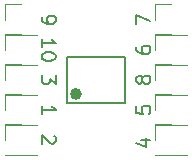
<source format=gto>
G04 #@! TF.GenerationSoftware,KiCad,Pcbnew,5.0.2+dfsg1-1*
G04 #@! TF.CreationDate,2019-10-07T13:36:21+02:00*
G04 #@! TF.ProjectId,fl51xx-bb,666c3531-7878-42d6-9262-2e6b69636164,v1.0.0*
G04 #@! TF.SameCoordinates,Original*
G04 #@! TF.FileFunction,Legend,Top*
G04 #@! TF.FilePolarity,Positive*
%FSLAX46Y46*%
G04 Gerber Fmt 4.6, Leading zero omitted, Abs format (unit mm)*
G04 Created by KiCad (PCBNEW 5.0.2+dfsg1-1) date Mon 07 Oct 2019 01:36:21 PM CEST*
%MOMM*%
%LPD*%
G01*
G04 APERTURE LIST*
%ADD10C,0.200000*%
%ADD11C,0.120000*%
%ADD12C,0.500000*%
%ADD13C,0.150000*%
G04 APERTURE END LIST*
D10*
X28552857Y-17926000D02*
X28552857Y-17126000D01*
X29752857Y-17640285D01*
X28552857Y-19837428D02*
X28552857Y-20066000D01*
X28610000Y-20180285D01*
X28667142Y-20237428D01*
X28838571Y-20351714D01*
X29067142Y-20408857D01*
X29524285Y-20408857D01*
X29638571Y-20351714D01*
X29695714Y-20294571D01*
X29752857Y-20180285D01*
X29752857Y-19951714D01*
X29695714Y-19837428D01*
X29638571Y-19780285D01*
X29524285Y-19723142D01*
X29238571Y-19723142D01*
X29124285Y-19780285D01*
X29067142Y-19837428D01*
X29010000Y-19951714D01*
X29010000Y-20180285D01*
X29067142Y-20294571D01*
X29124285Y-20351714D01*
X29238571Y-20408857D01*
X29067142Y-22720285D02*
X29010000Y-22834571D01*
X28952857Y-22891714D01*
X28838571Y-22948857D01*
X28781428Y-22948857D01*
X28667142Y-22891714D01*
X28610000Y-22834571D01*
X28552857Y-22720285D01*
X28552857Y-22491714D01*
X28610000Y-22377428D01*
X28667142Y-22320285D01*
X28781428Y-22263142D01*
X28838571Y-22263142D01*
X28952857Y-22320285D01*
X29010000Y-22377428D01*
X29067142Y-22491714D01*
X29067142Y-22720285D01*
X29124285Y-22834571D01*
X29181428Y-22891714D01*
X29295714Y-22948857D01*
X29524285Y-22948857D01*
X29638571Y-22891714D01*
X29695714Y-22834571D01*
X29752857Y-22720285D01*
X29752857Y-22491714D01*
X29695714Y-22377428D01*
X29638571Y-22320285D01*
X29524285Y-22263142D01*
X29295714Y-22263142D01*
X29181428Y-22320285D01*
X29124285Y-22377428D01*
X29067142Y-22491714D01*
X28552857Y-24860285D02*
X28552857Y-25431714D01*
X29124285Y-25488857D01*
X29067142Y-25431714D01*
X29010000Y-25317428D01*
X29010000Y-25031714D01*
X29067142Y-24917428D01*
X29124285Y-24860285D01*
X29238571Y-24803142D01*
X29524285Y-24803142D01*
X29638571Y-24860285D01*
X29695714Y-24917428D01*
X29752857Y-25031714D01*
X29752857Y-25317428D01*
X29695714Y-25431714D01*
X29638571Y-25488857D01*
X20539142Y-17297428D02*
X20539142Y-17526000D01*
X20596285Y-17640285D01*
X20653428Y-17697428D01*
X20824857Y-17811714D01*
X21053428Y-17868857D01*
X21510571Y-17868857D01*
X21624857Y-17811714D01*
X21682000Y-17754571D01*
X21739142Y-17640285D01*
X21739142Y-17411714D01*
X21682000Y-17297428D01*
X21624857Y-17240285D01*
X21510571Y-17183142D01*
X21224857Y-17183142D01*
X21110571Y-17240285D01*
X21053428Y-17297428D01*
X20996285Y-17411714D01*
X20996285Y-17640285D01*
X21053428Y-17754571D01*
X21110571Y-17811714D01*
X21224857Y-17868857D01*
X28952857Y-27711428D02*
X29752857Y-27711428D01*
X28495714Y-27997142D02*
X29352857Y-28282857D01*
X29352857Y-27540000D01*
X20539142Y-19837428D02*
X20539142Y-19151714D01*
X20539142Y-19494571D02*
X21739142Y-19494571D01*
X21567714Y-19380285D01*
X21453428Y-19266000D01*
X21396285Y-19151714D01*
X21739142Y-20580285D02*
X21739142Y-20694571D01*
X21682000Y-20808857D01*
X21624857Y-20866000D01*
X21510571Y-20923142D01*
X21282000Y-20980285D01*
X20996285Y-20980285D01*
X20767714Y-20923142D01*
X20653428Y-20866000D01*
X20596285Y-20808857D01*
X20539142Y-20694571D01*
X20539142Y-20580285D01*
X20596285Y-20466000D01*
X20653428Y-20408857D01*
X20767714Y-20351714D01*
X20996285Y-20294571D01*
X21282000Y-20294571D01*
X21510571Y-20351714D01*
X21624857Y-20408857D01*
X21682000Y-20466000D01*
X21739142Y-20580285D01*
X21739142Y-22206000D02*
X21739142Y-22948857D01*
X21282000Y-22548857D01*
X21282000Y-22720285D01*
X21224857Y-22834571D01*
X21167714Y-22891714D01*
X21053428Y-22948857D01*
X20767714Y-22948857D01*
X20653428Y-22891714D01*
X20596285Y-22834571D01*
X20539142Y-22720285D01*
X20539142Y-22377428D01*
X20596285Y-22263142D01*
X20653428Y-22206000D01*
X20539142Y-25488857D02*
X20539142Y-24803142D01*
X20539142Y-25146000D02*
X21739142Y-25146000D01*
X21567714Y-25031714D01*
X21453428Y-24917428D01*
X21396285Y-24803142D01*
X21624857Y-27343142D02*
X21682000Y-27400285D01*
X21739142Y-27514571D01*
X21739142Y-27800285D01*
X21682000Y-27914571D01*
X21624857Y-27971714D01*
X21510571Y-28028857D01*
X21396285Y-28028857D01*
X21224857Y-27971714D01*
X20539142Y-27286000D01*
X20539142Y-28028857D01*
D11*
G04 #@! TO.C,J10*
X30166000Y-18736000D02*
X31496000Y-18736000D01*
X30166000Y-20066000D02*
X30166000Y-18736000D01*
X30166000Y-21336000D02*
X32826000Y-21336000D01*
X32826000Y-21336000D02*
X32826000Y-21396000D01*
X30166000Y-21336000D02*
X30166000Y-21396000D01*
X30166000Y-21396000D02*
X32826000Y-21396000D01*
G04 #@! TO.C,J9*
X30166000Y-18856000D02*
X32826000Y-18856000D01*
X30166000Y-18796000D02*
X30166000Y-18856000D01*
X32826000Y-18796000D02*
X32826000Y-18856000D01*
X30166000Y-18796000D02*
X32826000Y-18796000D01*
X30166000Y-17526000D02*
X30166000Y-16196000D01*
X30166000Y-16196000D02*
X31496000Y-16196000D01*
G04 #@! TO.C,J8*
X30166000Y-21276000D02*
X31496000Y-21276000D01*
X30166000Y-22606000D02*
X30166000Y-21276000D01*
X30166000Y-23876000D02*
X32826000Y-23876000D01*
X32826000Y-23876000D02*
X32826000Y-23936000D01*
X30166000Y-23876000D02*
X30166000Y-23936000D01*
X30166000Y-23936000D02*
X32826000Y-23936000D01*
G04 #@! TO.C,J7*
X17466000Y-18856000D02*
X20126000Y-18856000D01*
X17466000Y-18796000D02*
X17466000Y-18856000D01*
X20126000Y-18796000D02*
X20126000Y-18856000D01*
X17466000Y-18796000D02*
X20126000Y-18796000D01*
X17466000Y-17526000D02*
X17466000Y-16196000D01*
X17466000Y-16196000D02*
X18796000Y-16196000D01*
G04 #@! TO.C,J6*
X17466000Y-18736000D02*
X18796000Y-18736000D01*
X17466000Y-20066000D02*
X17466000Y-18736000D01*
X17466000Y-21336000D02*
X20126000Y-21336000D01*
X20126000Y-21336000D02*
X20126000Y-21396000D01*
X17466000Y-21336000D02*
X17466000Y-21396000D01*
X17466000Y-21396000D02*
X20126000Y-21396000D01*
G04 #@! TO.C,J5*
X30166000Y-26476000D02*
X32826000Y-26476000D01*
X30166000Y-26416000D02*
X30166000Y-26476000D01*
X32826000Y-26416000D02*
X32826000Y-26476000D01*
X30166000Y-26416000D02*
X32826000Y-26416000D01*
X30166000Y-25146000D02*
X30166000Y-23816000D01*
X30166000Y-23816000D02*
X31496000Y-23816000D01*
G04 #@! TO.C,J4*
X30166000Y-26356000D02*
X31496000Y-26356000D01*
X30166000Y-27686000D02*
X30166000Y-26356000D01*
X30166000Y-28956000D02*
X32826000Y-28956000D01*
X32826000Y-28956000D02*
X32826000Y-29016000D01*
X30166000Y-28956000D02*
X30166000Y-29016000D01*
X30166000Y-29016000D02*
X32826000Y-29016000D01*
G04 #@! TO.C,J3*
X17466000Y-23936000D02*
X20126000Y-23936000D01*
X17466000Y-23876000D02*
X17466000Y-23936000D01*
X20126000Y-23876000D02*
X20126000Y-23936000D01*
X17466000Y-23876000D02*
X20126000Y-23876000D01*
X17466000Y-22606000D02*
X17466000Y-21276000D01*
X17466000Y-21276000D02*
X18796000Y-21276000D01*
G04 #@! TO.C,J2*
X17466000Y-26356000D02*
X18796000Y-26356000D01*
X17466000Y-27686000D02*
X17466000Y-26356000D01*
X17466000Y-28956000D02*
X20126000Y-28956000D01*
X20126000Y-28956000D02*
X20126000Y-29016000D01*
X17466000Y-28956000D02*
X17466000Y-29016000D01*
X17466000Y-29016000D02*
X20126000Y-29016000D01*
G04 #@! TO.C,J1*
X17466000Y-26476000D02*
X20126000Y-26476000D01*
X17466000Y-26416000D02*
X17466000Y-26476000D01*
X20126000Y-26416000D02*
X20126000Y-26476000D01*
X17466000Y-26416000D02*
X20126000Y-26416000D01*
X17466000Y-25146000D02*
X17466000Y-23816000D01*
X17466000Y-23816000D02*
X18796000Y-23816000D01*
D12*
G04 #@! TO.C,U1*
X23696000Y-23806000D02*
G75*
G03X23696000Y-23806000I-250000J0D01*
G01*
D13*
X22696000Y-20656000D02*
X27596000Y-20656000D01*
X27596000Y-20656000D02*
X27596000Y-24556000D01*
X22696000Y-24556000D02*
X27596000Y-24556000D01*
X22696000Y-20656000D02*
X22696000Y-24556000D01*
G04 #@! TD*
M02*

</source>
